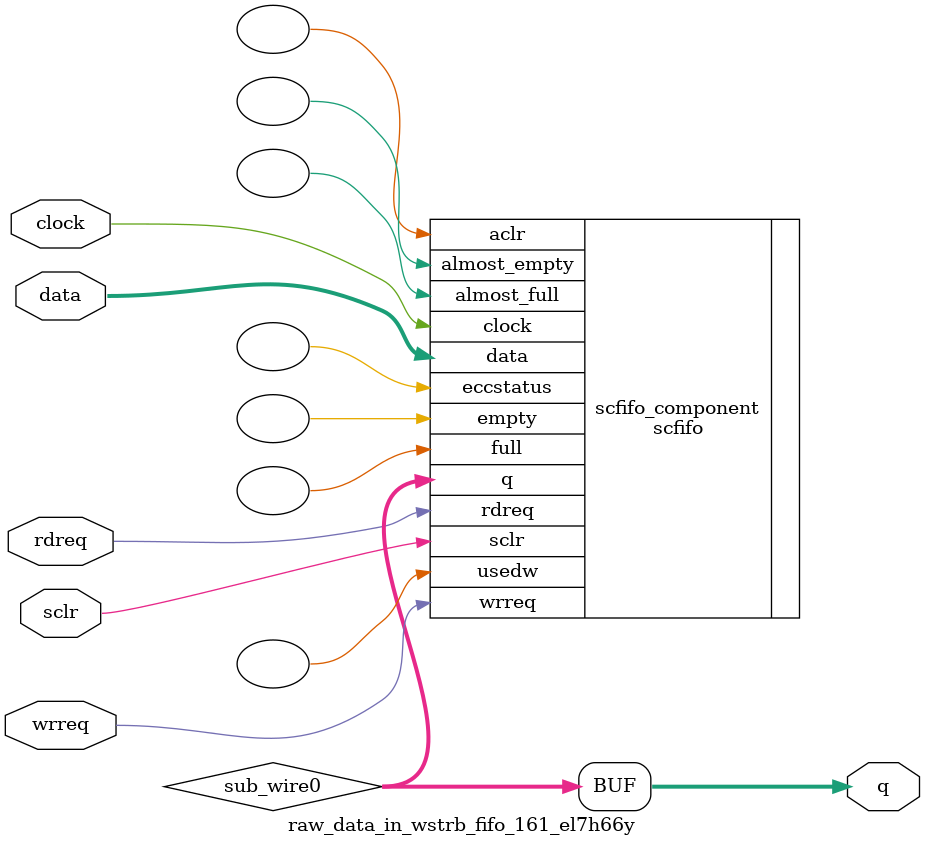
<source format=v>



`timescale 1 ps / 1 ps
// synopsys translate_on
module  raw_data_in_wstrb_fifo_161_el7h66y  (
    clock,
    data,
    rdreq,
    sclr,
    wrreq,
    q);

    input    clock;
    input  [3:0]  data;
    input    rdreq;
    input    sclr;
    input    wrreq;
    output [3:0]  q;

    wire [3:0] sub_wire0;
    wire [3:0] q = sub_wire0[3:0];

    scfifo  scfifo_component (
                .clock (clock),
                .data (data),
                .rdreq (rdreq),
                .sclr (sclr),
                .wrreq (wrreq),
                .q (sub_wire0),
                .aclr (),
                .almost_empty (),
                .almost_full (),
                .eccstatus (),
                .empty (),
                .full (),
                .usedw ());
    defparam
        scfifo_component.add_ram_output_register  = "ON",
        scfifo_component.enable_ecc  = "FALSE",
        scfifo_component.intended_device_family  = "Arria 10",
        scfifo_component.lpm_numwords  = 1024,
        scfifo_component.lpm_showahead  = "OFF",
        scfifo_component.lpm_type  = "scfifo",
        scfifo_component.lpm_width  = 4,
        scfifo_component.lpm_widthu  = 10,
        scfifo_component.overflow_checking  = "ON",
        scfifo_component.underflow_checking  = "ON",
        scfifo_component.use_eab  = "ON";


endmodule



</source>
